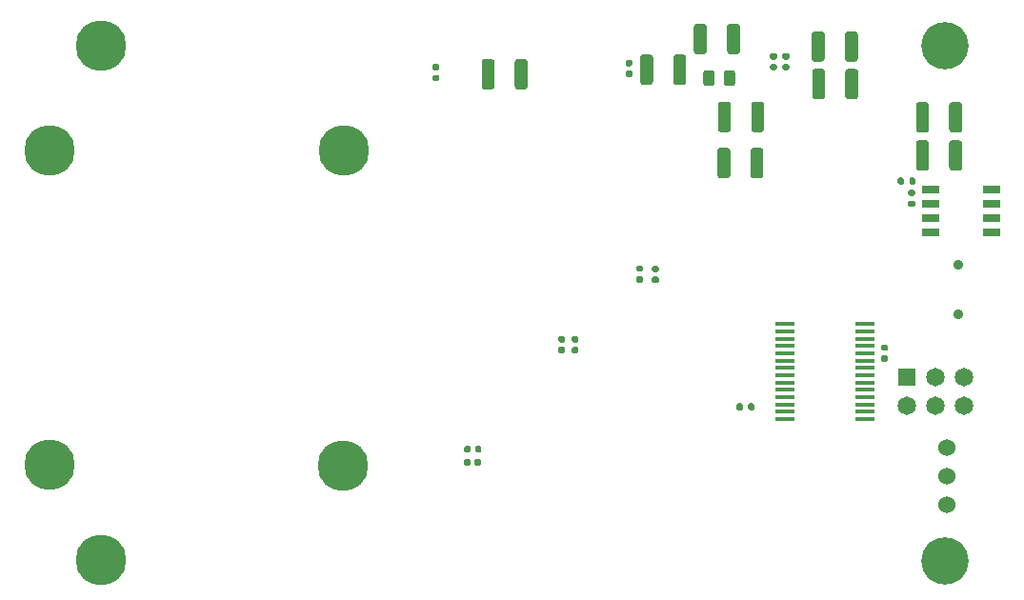
<source format=gbs>
G04 #@! TF.GenerationSoftware,KiCad,Pcbnew,(5.1.10)-1*
G04 #@! TF.CreationDate,2021-08-05T17:19:02-07:00*
G04 #@! TF.ProjectId,laser,6c617365-722e-46b6-9963-61645f706362,rev?*
G04 #@! TF.SameCoordinates,Original*
G04 #@! TF.FileFunction,Soldermask,Bot*
G04 #@! TF.FilePolarity,Negative*
%FSLAX46Y46*%
G04 Gerber Fmt 4.6, Leading zero omitted, Abs format (unit mm)*
G04 Created by KiCad (PCBNEW (5.1.10)-1) date 2021-08-05 17:19:02*
%MOMM*%
%LPD*%
G01*
G04 APERTURE LIST*
%ADD10C,0.900000*%
%ADD11C,4.200000*%
%ADD12C,4.500000*%
%ADD13C,1.650000*%
%ADD14R,1.650000X1.650000*%
%ADD15R,1.525000X0.700000*%
%ADD16R,1.800000X0.450000*%
%ADD17C,1.524000*%
G04 APERTURE END LIST*
D10*
X207000000Y-103360000D03*
X207000000Y-107760000D03*
G36*
G01*
X206210000Y-94780001D02*
X206210000Y-92579999D01*
G75*
G02*
X206459999Y-92330000I249999J0D01*
G01*
X207110001Y-92330000D01*
G75*
G02*
X207360000Y-92579999I0J-249999D01*
G01*
X207360000Y-94780001D01*
G75*
G02*
X207110001Y-95030000I-249999J0D01*
G01*
X206459999Y-95030000D01*
G75*
G02*
X206210000Y-94780001I0J249999D01*
G01*
G37*
G36*
G01*
X203260000Y-94780001D02*
X203260000Y-92579999D01*
G75*
G02*
X203509999Y-92330000I249999J0D01*
G01*
X204160001Y-92330000D01*
G75*
G02*
X204410000Y-92579999I0J-249999D01*
G01*
X204410000Y-94780001D01*
G75*
G02*
X204160001Y-95030000I-249999J0D01*
G01*
X203509999Y-95030000D01*
G75*
G02*
X203260000Y-94780001I0J249999D01*
G01*
G37*
D11*
X205841600Y-129700000D03*
X205867000Y-83903800D03*
D12*
X126263400Y-93225600D03*
X152374600Y-93200200D03*
X152298400Y-121267200D03*
X126263400Y-121165600D03*
X130835400Y-129674600D03*
X130830000Y-83930000D03*
D13*
X207550000Y-115950000D03*
X205010000Y-115950000D03*
X202470000Y-115950000D03*
X207550000Y-113410000D03*
X205010000Y-113410000D03*
D14*
X202470000Y-113410000D03*
G36*
G01*
X186180000Y-87250002D02*
X186180000Y-86349998D01*
G75*
G02*
X186429998Y-86100000I249998J0D01*
G01*
X186955002Y-86100000D01*
G75*
G02*
X187205000Y-86349998I0J-249998D01*
G01*
X187205000Y-87250002D01*
G75*
G02*
X186955002Y-87500000I-249998J0D01*
G01*
X186429998Y-87500000D01*
G75*
G02*
X186180000Y-87250002I0J249998D01*
G01*
G37*
G36*
G01*
X184355000Y-87250002D02*
X184355000Y-86349998D01*
G75*
G02*
X184604998Y-86100000I249998J0D01*
G01*
X185130002Y-86100000D01*
G75*
G02*
X185380000Y-86349998I0J-249998D01*
G01*
X185380000Y-87250002D01*
G75*
G02*
X185130002Y-87500000I-249998J0D01*
G01*
X184604998Y-87500000D01*
G75*
G02*
X184355000Y-87250002I0J249998D01*
G01*
G37*
G36*
G01*
X188615000Y-91350001D02*
X188615000Y-89149999D01*
G75*
G02*
X188864999Y-88900000I249999J0D01*
G01*
X189515001Y-88900000D01*
G75*
G02*
X189765000Y-89149999I0J-249999D01*
G01*
X189765000Y-91350001D01*
G75*
G02*
X189515001Y-91600000I-249999J0D01*
G01*
X188864999Y-91600000D01*
G75*
G02*
X188615000Y-91350001I0J249999D01*
G01*
G37*
G36*
G01*
X185665000Y-91350001D02*
X185665000Y-89149999D01*
G75*
G02*
X185914999Y-88900000I249999J0D01*
G01*
X186565001Y-88900000D01*
G75*
G02*
X186815000Y-89149999I0J-249999D01*
G01*
X186815000Y-91350001D01*
G75*
G02*
X186565001Y-91600000I-249999J0D01*
G01*
X185914999Y-91600000D01*
G75*
G02*
X185665000Y-91350001I0J249999D01*
G01*
G37*
G36*
G01*
X186755000Y-93249999D02*
X186755000Y-95450001D01*
G75*
G02*
X186505001Y-95700000I-249999J0D01*
G01*
X185854999Y-95700000D01*
G75*
G02*
X185605000Y-95450001I0J249999D01*
G01*
X185605000Y-93249999D01*
G75*
G02*
X185854999Y-93000000I249999J0D01*
G01*
X186505001Y-93000000D01*
G75*
G02*
X186755000Y-93249999I0J-249999D01*
G01*
G37*
G36*
G01*
X189705000Y-93249999D02*
X189705000Y-95450001D01*
G75*
G02*
X189455001Y-95700000I-249999J0D01*
G01*
X188804999Y-95700000D01*
G75*
G02*
X188555000Y-95450001I0J249999D01*
G01*
X188555000Y-93249999D01*
G75*
G02*
X188804999Y-93000000I249999J0D01*
G01*
X189455001Y-93000000D01*
G75*
G02*
X189705000Y-93249999I0J-249999D01*
G01*
G37*
G36*
G01*
X186470000Y-84420001D02*
X186470000Y-82219999D01*
G75*
G02*
X186719999Y-81970000I249999J0D01*
G01*
X187370001Y-81970000D01*
G75*
G02*
X187620000Y-82219999I0J-249999D01*
G01*
X187620000Y-84420001D01*
G75*
G02*
X187370001Y-84670000I-249999J0D01*
G01*
X186719999Y-84670000D01*
G75*
G02*
X186470000Y-84420001I0J249999D01*
G01*
G37*
G36*
G01*
X183520000Y-84420001D02*
X183520000Y-82219999D01*
G75*
G02*
X183769999Y-81970000I249999J0D01*
G01*
X184420001Y-81970000D01*
G75*
G02*
X184670000Y-82219999I0J-249999D01*
G01*
X184670000Y-84420001D01*
G75*
G02*
X184420001Y-84670000I-249999J0D01*
G01*
X183769999Y-84670000D01*
G75*
G02*
X183520000Y-84420001I0J249999D01*
G01*
G37*
G36*
G01*
X204415000Y-89189999D02*
X204415000Y-91390001D01*
G75*
G02*
X204165001Y-91640000I-249999J0D01*
G01*
X203514999Y-91640000D01*
G75*
G02*
X203265000Y-91390001I0J249999D01*
G01*
X203265000Y-89189999D01*
G75*
G02*
X203514999Y-88940000I249999J0D01*
G01*
X204165001Y-88940000D01*
G75*
G02*
X204415000Y-89189999I0J-249999D01*
G01*
G37*
G36*
G01*
X207365000Y-89189999D02*
X207365000Y-91390001D01*
G75*
G02*
X207115001Y-91640000I-249999J0D01*
G01*
X206464999Y-91640000D01*
G75*
G02*
X206215000Y-91390001I0J249999D01*
G01*
X206215000Y-89189999D01*
G75*
G02*
X206464999Y-88940000I249999J0D01*
G01*
X207115001Y-88940000D01*
G75*
G02*
X207365000Y-89189999I0J-249999D01*
G01*
G37*
G36*
G01*
X195145000Y-82889999D02*
X195145000Y-85090001D01*
G75*
G02*
X194895001Y-85340000I-249999J0D01*
G01*
X194244999Y-85340000D01*
G75*
G02*
X193995000Y-85090001I0J249999D01*
G01*
X193995000Y-82889999D01*
G75*
G02*
X194244999Y-82640000I249999J0D01*
G01*
X194895001Y-82640000D01*
G75*
G02*
X195145000Y-82889999I0J-249999D01*
G01*
G37*
G36*
G01*
X198095000Y-82889999D02*
X198095000Y-85090001D01*
G75*
G02*
X197845001Y-85340000I-249999J0D01*
G01*
X197194999Y-85340000D01*
G75*
G02*
X196945000Y-85090001I0J249999D01*
G01*
X196945000Y-82889999D01*
G75*
G02*
X197194999Y-82640000I249999J0D01*
G01*
X197845001Y-82640000D01*
G75*
G02*
X198095000Y-82889999I0J-249999D01*
G01*
G37*
G36*
G01*
X195175000Y-86229999D02*
X195175000Y-88430001D01*
G75*
G02*
X194925001Y-88680000I-249999J0D01*
G01*
X194274999Y-88680000D01*
G75*
G02*
X194025000Y-88430001I0J249999D01*
G01*
X194025000Y-86229999D01*
G75*
G02*
X194274999Y-85980000I249999J0D01*
G01*
X194925001Y-85980000D01*
G75*
G02*
X195175000Y-86229999I0J-249999D01*
G01*
G37*
G36*
G01*
X198125000Y-86229999D02*
X198125000Y-88430001D01*
G75*
G02*
X197875001Y-88680000I-249999J0D01*
G01*
X197224999Y-88680000D01*
G75*
G02*
X196975000Y-88430001I0J249999D01*
G01*
X196975000Y-86229999D01*
G75*
G02*
X197224999Y-85980000I249999J0D01*
G01*
X197875001Y-85980000D01*
G75*
G02*
X198125000Y-86229999I0J-249999D01*
G01*
G37*
G36*
G01*
X171600000Y-109740000D02*
X171940000Y-109740000D01*
G75*
G02*
X172080000Y-109880000I0J-140000D01*
G01*
X172080000Y-110160000D01*
G75*
G02*
X171940000Y-110300000I-140000J0D01*
G01*
X171600000Y-110300000D01*
G75*
G02*
X171460000Y-110160000I0J140000D01*
G01*
X171460000Y-109880000D01*
G75*
G02*
X171600000Y-109740000I140000J0D01*
G01*
G37*
G36*
G01*
X171600000Y-110700000D02*
X171940000Y-110700000D01*
G75*
G02*
X172080000Y-110840000I0J-140000D01*
G01*
X172080000Y-111120000D01*
G75*
G02*
X171940000Y-111260000I-140000J0D01*
G01*
X171600000Y-111260000D01*
G75*
G02*
X171460000Y-111120000I0J140000D01*
G01*
X171460000Y-110840000D01*
G75*
G02*
X171600000Y-110700000I140000J0D01*
G01*
G37*
G36*
G01*
X178530000Y-104400000D02*
X178870000Y-104400000D01*
G75*
G02*
X179010000Y-104540000I0J-140000D01*
G01*
X179010000Y-104820000D01*
G75*
G02*
X178870000Y-104960000I-140000J0D01*
G01*
X178530000Y-104960000D01*
G75*
G02*
X178390000Y-104820000I0J140000D01*
G01*
X178390000Y-104540000D01*
G75*
G02*
X178530000Y-104400000I140000J0D01*
G01*
G37*
G36*
G01*
X178530000Y-103440000D02*
X178870000Y-103440000D01*
G75*
G02*
X179010000Y-103580000I0J-140000D01*
G01*
X179010000Y-103860000D01*
G75*
G02*
X178870000Y-104000000I-140000J0D01*
G01*
X178530000Y-104000000D01*
G75*
G02*
X178390000Y-103860000I0J140000D01*
G01*
X178390000Y-103580000D01*
G75*
G02*
X178530000Y-103440000I140000J0D01*
G01*
G37*
G36*
G01*
X203050000Y-98240000D02*
X202710000Y-98240000D01*
G75*
G02*
X202570000Y-98100000I0J140000D01*
G01*
X202570000Y-97820000D01*
G75*
G02*
X202710000Y-97680000I140000J0D01*
G01*
X203050000Y-97680000D01*
G75*
G02*
X203190000Y-97820000I0J-140000D01*
G01*
X203190000Y-98100000D01*
G75*
G02*
X203050000Y-98240000I-140000J0D01*
G01*
G37*
G36*
G01*
X203050000Y-97280000D02*
X202710000Y-97280000D01*
G75*
G02*
X202570000Y-97140000I0J140000D01*
G01*
X202570000Y-96860000D01*
G75*
G02*
X202710000Y-96720000I140000J0D01*
G01*
X203050000Y-96720000D01*
G75*
G02*
X203190000Y-96860000I0J-140000D01*
G01*
X203190000Y-97140000D01*
G75*
G02*
X203050000Y-97280000I-140000J0D01*
G01*
G37*
G36*
G01*
X190770000Y-85150000D02*
X190430000Y-85150000D01*
G75*
G02*
X190290000Y-85010000I0J140000D01*
G01*
X190290000Y-84730000D01*
G75*
G02*
X190430000Y-84590000I140000J0D01*
G01*
X190770000Y-84590000D01*
G75*
G02*
X190910000Y-84730000I0J-140000D01*
G01*
X190910000Y-85010000D01*
G75*
G02*
X190770000Y-85150000I-140000J0D01*
G01*
G37*
G36*
G01*
X190770000Y-86110000D02*
X190430000Y-86110000D01*
G75*
G02*
X190290000Y-85970000I0J140000D01*
G01*
X190290000Y-85690000D01*
G75*
G02*
X190430000Y-85550000I140000J0D01*
G01*
X190770000Y-85550000D01*
G75*
G02*
X190910000Y-85690000I0J-140000D01*
G01*
X190910000Y-85970000D01*
G75*
G02*
X190770000Y-86110000I-140000J0D01*
G01*
G37*
G36*
G01*
X191870000Y-86110000D02*
X191530000Y-86110000D01*
G75*
G02*
X191390000Y-85970000I0J140000D01*
G01*
X191390000Y-85690000D01*
G75*
G02*
X191530000Y-85550000I140000J0D01*
G01*
X191870000Y-85550000D01*
G75*
G02*
X192010000Y-85690000I0J-140000D01*
G01*
X192010000Y-85970000D01*
G75*
G02*
X191870000Y-86110000I-140000J0D01*
G01*
G37*
G36*
G01*
X191870000Y-85150000D02*
X191530000Y-85150000D01*
G75*
G02*
X191390000Y-85010000I0J140000D01*
G01*
X191390000Y-84730000D01*
G75*
G02*
X191530000Y-84590000I140000J0D01*
G01*
X191870000Y-84590000D01*
G75*
G02*
X192010000Y-84730000I0J-140000D01*
G01*
X192010000Y-85010000D01*
G75*
G02*
X191870000Y-85150000I-140000J0D01*
G01*
G37*
G36*
G01*
X160760000Y-86110000D02*
X160420000Y-86110000D01*
G75*
G02*
X160280000Y-85970000I0J140000D01*
G01*
X160280000Y-85690000D01*
G75*
G02*
X160420000Y-85550000I140000J0D01*
G01*
X160760000Y-85550000D01*
G75*
G02*
X160900000Y-85690000I0J-140000D01*
G01*
X160900000Y-85970000D01*
G75*
G02*
X160760000Y-86110000I-140000J0D01*
G01*
G37*
G36*
G01*
X160760000Y-87070000D02*
X160420000Y-87070000D01*
G75*
G02*
X160280000Y-86930000I0J140000D01*
G01*
X160280000Y-86650000D01*
G75*
G02*
X160420000Y-86510000I140000J0D01*
G01*
X160760000Y-86510000D01*
G75*
G02*
X160900000Y-86650000I0J-140000D01*
G01*
X160900000Y-86930000D01*
G75*
G02*
X160760000Y-87070000I-140000J0D01*
G01*
G37*
G36*
G01*
X177930000Y-85740000D02*
X177590000Y-85740000D01*
G75*
G02*
X177450000Y-85600000I0J140000D01*
G01*
X177450000Y-85320000D01*
G75*
G02*
X177590000Y-85180000I140000J0D01*
G01*
X177930000Y-85180000D01*
G75*
G02*
X178070000Y-85320000I0J-140000D01*
G01*
X178070000Y-85600000D01*
G75*
G02*
X177930000Y-85740000I-140000J0D01*
G01*
G37*
G36*
G01*
X177930000Y-86700000D02*
X177590000Y-86700000D01*
G75*
G02*
X177450000Y-86560000I0J140000D01*
G01*
X177450000Y-86280000D01*
G75*
G02*
X177590000Y-86140000I140000J0D01*
G01*
X177930000Y-86140000D01*
G75*
G02*
X178070000Y-86280000I0J-140000D01*
G01*
X178070000Y-86560000D01*
G75*
G02*
X177930000Y-86700000I-140000J0D01*
G01*
G37*
G36*
G01*
X164630000Y-119620000D02*
X164630000Y-119960000D01*
G75*
G02*
X164490000Y-120100000I-140000J0D01*
G01*
X164210000Y-120100000D01*
G75*
G02*
X164070000Y-119960000I0J140000D01*
G01*
X164070000Y-119620000D01*
G75*
G02*
X164210000Y-119480000I140000J0D01*
G01*
X164490000Y-119480000D01*
G75*
G02*
X164630000Y-119620000I0J-140000D01*
G01*
G37*
G36*
G01*
X163670000Y-119620000D02*
X163670000Y-119960000D01*
G75*
G02*
X163530000Y-120100000I-140000J0D01*
G01*
X163250000Y-120100000D01*
G75*
G02*
X163110000Y-119960000I0J140000D01*
G01*
X163110000Y-119620000D01*
G75*
G02*
X163250000Y-119480000I140000J0D01*
G01*
X163530000Y-119480000D01*
G75*
G02*
X163670000Y-119620000I0J-140000D01*
G01*
G37*
G36*
G01*
X163640000Y-120780000D02*
X163640000Y-121120000D01*
G75*
G02*
X163500000Y-121260000I-140000J0D01*
G01*
X163220000Y-121260000D01*
G75*
G02*
X163080000Y-121120000I0J140000D01*
G01*
X163080000Y-120780000D01*
G75*
G02*
X163220000Y-120640000I140000J0D01*
G01*
X163500000Y-120640000D01*
G75*
G02*
X163640000Y-120780000I0J-140000D01*
G01*
G37*
G36*
G01*
X164600000Y-120780000D02*
X164600000Y-121120000D01*
G75*
G02*
X164460000Y-121260000I-140000J0D01*
G01*
X164180000Y-121260000D01*
G75*
G02*
X164040000Y-121120000I0J140000D01*
G01*
X164040000Y-120780000D01*
G75*
G02*
X164180000Y-120640000I140000J0D01*
G01*
X164460000Y-120640000D01*
G75*
G02*
X164600000Y-120780000I0J-140000D01*
G01*
G37*
G36*
G01*
X172800000Y-109750000D02*
X173140000Y-109750000D01*
G75*
G02*
X173280000Y-109890000I0J-140000D01*
G01*
X173280000Y-110170000D01*
G75*
G02*
X173140000Y-110310000I-140000J0D01*
G01*
X172800000Y-110310000D01*
G75*
G02*
X172660000Y-110170000I0J140000D01*
G01*
X172660000Y-109890000D01*
G75*
G02*
X172800000Y-109750000I140000J0D01*
G01*
G37*
G36*
G01*
X172800000Y-110710000D02*
X173140000Y-110710000D01*
G75*
G02*
X173280000Y-110850000I0J-140000D01*
G01*
X173280000Y-111130000D01*
G75*
G02*
X173140000Y-111270000I-140000J0D01*
G01*
X172800000Y-111270000D01*
G75*
G02*
X172660000Y-111130000I0J140000D01*
G01*
X172660000Y-110850000D01*
G75*
G02*
X172800000Y-110710000I140000J0D01*
G01*
G37*
G36*
G01*
X179930000Y-103490000D02*
X180270000Y-103490000D01*
G75*
G02*
X180410000Y-103630000I0J-140000D01*
G01*
X180410000Y-103910000D01*
G75*
G02*
X180270000Y-104050000I-140000J0D01*
G01*
X179930000Y-104050000D01*
G75*
G02*
X179790000Y-103910000I0J140000D01*
G01*
X179790000Y-103630000D01*
G75*
G02*
X179930000Y-103490000I140000J0D01*
G01*
G37*
G36*
G01*
X179930000Y-104450000D02*
X180270000Y-104450000D01*
G75*
G02*
X180410000Y-104590000I0J-140000D01*
G01*
X180410000Y-104870000D01*
G75*
G02*
X180270000Y-105010000I-140000J0D01*
G01*
X179930000Y-105010000D01*
G75*
G02*
X179790000Y-104870000I0J140000D01*
G01*
X179790000Y-104590000D01*
G75*
G02*
X179930000Y-104450000I140000J0D01*
G01*
G37*
G36*
G01*
X200640000Y-111050000D02*
X200300000Y-111050000D01*
G75*
G02*
X200160000Y-110910000I0J140000D01*
G01*
X200160000Y-110630000D01*
G75*
G02*
X200300000Y-110490000I140000J0D01*
G01*
X200640000Y-110490000D01*
G75*
G02*
X200780000Y-110630000I0J-140000D01*
G01*
X200780000Y-110910000D01*
G75*
G02*
X200640000Y-111050000I-140000J0D01*
G01*
G37*
G36*
G01*
X200640000Y-112010000D02*
X200300000Y-112010000D01*
G75*
G02*
X200160000Y-111870000I0J140000D01*
G01*
X200160000Y-111590000D01*
G75*
G02*
X200300000Y-111450000I140000J0D01*
G01*
X200640000Y-111450000D01*
G75*
G02*
X200780000Y-111590000I0J-140000D01*
G01*
X200780000Y-111870000D01*
G75*
G02*
X200640000Y-112010000I-140000J0D01*
G01*
G37*
D15*
X204536000Y-100500000D03*
X204536000Y-99230000D03*
X204536000Y-97960000D03*
X204536000Y-96690000D03*
X209960000Y-96690000D03*
X209960000Y-97960000D03*
X209960000Y-99230000D03*
X209960000Y-100500000D03*
D16*
X191640000Y-117115000D03*
X191640000Y-116465000D03*
X191640000Y-115815000D03*
X191640000Y-115165000D03*
X191640000Y-114515000D03*
X191640000Y-113865000D03*
X191640000Y-113215000D03*
X191640000Y-112565000D03*
X191640000Y-111915000D03*
X191640000Y-111265000D03*
X191640000Y-110615000D03*
X191640000Y-109965000D03*
X191640000Y-109315000D03*
X191640000Y-108665000D03*
X198740000Y-108665000D03*
X198740000Y-109315000D03*
X198740000Y-109965000D03*
X198740000Y-110615000D03*
X198740000Y-111265000D03*
X198740000Y-111915000D03*
X198740000Y-112565000D03*
X198740000Y-113215000D03*
X198740000Y-113865000D03*
X198740000Y-114515000D03*
X198740000Y-115165000D03*
X198740000Y-115815000D03*
X198740000Y-116465000D03*
X198740000Y-117115000D03*
G36*
G01*
X201640000Y-96135000D02*
X201640000Y-95765000D01*
G75*
G02*
X201775000Y-95630000I135000J0D01*
G01*
X202045000Y-95630000D01*
G75*
G02*
X202180000Y-95765000I0J-135000D01*
G01*
X202180000Y-96135000D01*
G75*
G02*
X202045000Y-96270000I-135000J0D01*
G01*
X201775000Y-96270000D01*
G75*
G02*
X201640000Y-96135000I0J135000D01*
G01*
G37*
G36*
G01*
X202660000Y-96135000D02*
X202660000Y-95765000D01*
G75*
G02*
X202795000Y-95630000I135000J0D01*
G01*
X203065000Y-95630000D01*
G75*
G02*
X203200000Y-95765000I0J-135000D01*
G01*
X203200000Y-96135000D01*
G75*
G02*
X203065000Y-96270000I-135000J0D01*
G01*
X202795000Y-96270000D01*
G75*
G02*
X202660000Y-96135000I0J135000D01*
G01*
G37*
G36*
G01*
X188890000Y-115845000D02*
X188890000Y-116215000D01*
G75*
G02*
X188755000Y-116350000I-135000J0D01*
G01*
X188485000Y-116350000D01*
G75*
G02*
X188350000Y-116215000I0J135000D01*
G01*
X188350000Y-115845000D01*
G75*
G02*
X188485000Y-115710000I135000J0D01*
G01*
X188755000Y-115710000D01*
G75*
G02*
X188890000Y-115845000I0J-135000D01*
G01*
G37*
G36*
G01*
X187870000Y-115845000D02*
X187870000Y-116215000D01*
G75*
G02*
X187735000Y-116350000I-135000J0D01*
G01*
X187465000Y-116350000D01*
G75*
G02*
X187330000Y-116215000I0J135000D01*
G01*
X187330000Y-115845000D01*
G75*
G02*
X187465000Y-115710000I135000J0D01*
G01*
X187735000Y-115710000D01*
G75*
G02*
X187870000Y-115845000I0J-135000D01*
G01*
G37*
D17*
X206000000Y-119620000D03*
X206000000Y-122160000D03*
X206000000Y-124700000D03*
G36*
G01*
X168750000Y-85359999D02*
X168750000Y-87560001D01*
G75*
G02*
X168500001Y-87810000I-249999J0D01*
G01*
X167849999Y-87810000D01*
G75*
G02*
X167600000Y-87560001I0J249999D01*
G01*
X167600000Y-85359999D01*
G75*
G02*
X167849999Y-85110000I249999J0D01*
G01*
X168500001Y-85110000D01*
G75*
G02*
X168750000Y-85359999I0J-249999D01*
G01*
G37*
G36*
G01*
X165800000Y-85359999D02*
X165800000Y-87560001D01*
G75*
G02*
X165550001Y-87810000I-249999J0D01*
G01*
X164899999Y-87810000D01*
G75*
G02*
X164650000Y-87560001I0J249999D01*
G01*
X164650000Y-85359999D01*
G75*
G02*
X164899999Y-85110000I249999J0D01*
G01*
X165550001Y-85110000D01*
G75*
G02*
X165800000Y-85359999I0J-249999D01*
G01*
G37*
G36*
G01*
X179890000Y-84949999D02*
X179890000Y-87150001D01*
G75*
G02*
X179640001Y-87400000I-249999J0D01*
G01*
X178989999Y-87400000D01*
G75*
G02*
X178740000Y-87150001I0J249999D01*
G01*
X178740000Y-84949999D01*
G75*
G02*
X178989999Y-84700000I249999J0D01*
G01*
X179640001Y-84700000D01*
G75*
G02*
X179890000Y-84949999I0J-249999D01*
G01*
G37*
G36*
G01*
X182840000Y-84949999D02*
X182840000Y-87150001D01*
G75*
G02*
X182590001Y-87400000I-249999J0D01*
G01*
X181939999Y-87400000D01*
G75*
G02*
X181690000Y-87150001I0J249999D01*
G01*
X181690000Y-84949999D01*
G75*
G02*
X181939999Y-84700000I249999J0D01*
G01*
X182590001Y-84700000D01*
G75*
G02*
X182840000Y-84949999I0J-249999D01*
G01*
G37*
M02*

</source>
